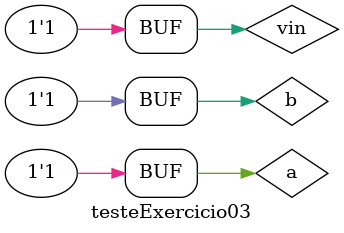
<source format=v>
module Exercicio03(vout, d, vin, a, b);
	output vout, d;
	input vin, a, b;
	wire t1, t2, t3;
	meiaDiferenca MS1 (t2, t1, a, b);
	meiaDiferenca MS2 (t3, d, t1, vin);
	or OR1 (vout, t3, t2);
endmodule

module meiaDiferenca(vout, d, a, b);
	output vout, d;
	input a, b;
	wire t1;
	xor XOR1 (d, a, b);
	not NOT1 (t1, a);
	and AND1 (vout, t1, b);
endmodule

module testeExercicio03;
	reg vin, a, b;
	wire vout, d;

	Exercicio03 FULLSUBTRACTOR(vout, d, vin, a, b);

	initial begin
		vin = 0;
		a = 0;
		b = 0;
	end

	initial begin

		$display("Exercicio 03 - Douglas Borges - 417889");
		$display("Circuito Subtrator Completo\n");

		#1 $display("  a - b - Vin = Vout Dif");
		#1 $monitor("  %b   %b    %b  =  %d    %d", a, b, vin, vout, d);

		#1 vin = 0; a = 0; b = 1;
		#1 vin = 0; a = 1; b = 0;
		#1 vin = 0; a = 1; b = 1;
		#1 vin = 1; a = 0; b = 0;
		#1 vin = 1; a = 0; b = 1;
		#1 vin = 1; a = 1; b = 0;
		#1 vin = 1; a = 1; b = 1;

	end

/*
Exercicio 03 - Douglas Borges - 417889
Circuito Subtrator Completo

  a - b - Vin = Vout Dif
  0   0    0  =  0    0
  0   1    0  =  1    1
  1   0    0  =  0    1
  1   1    0  =  0    0
  0   0    1  =  1    1
  0   1    1  =  1    0
  1   0    1  =  0    0
  1   1    1  =  1    1
*/

endmodule
</source>
